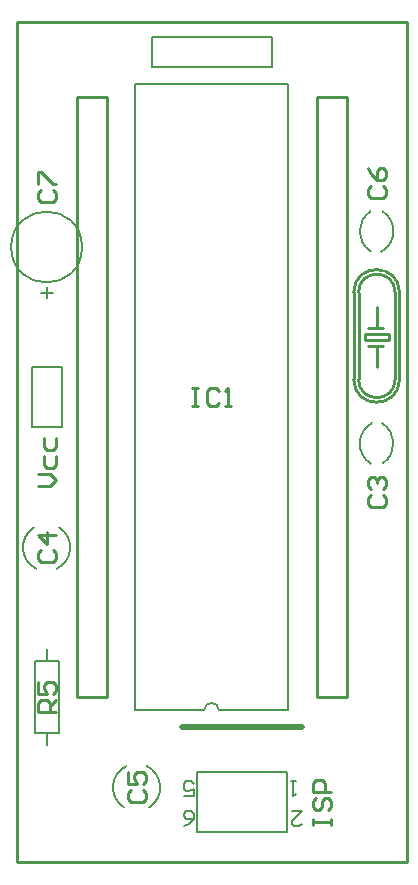
<source format=gto>
%FSLAX25Y25*%
%MOIN*%
G70*
G01*
G75*
G04 Layer_Color=65535*
%ADD10C,0.02000*%
%ADD11C,0.01000*%
%ADD12P,0.07577X8X202.5*%
G04:AMPARAMS|DCode=13|XSize=60mil|YSize=100mil|CornerRadius=0mil|HoleSize=0mil|Usage=FLASHONLY|Rotation=270.000|XOffset=0mil|YOffset=0mil|HoleType=Round|Shape=Octagon|*
%AMOCTAGOND13*
4,1,8,0.05000,0.01500,0.05000,-0.01500,0.03500,-0.03000,-0.03500,-0.03000,-0.05000,-0.01500,-0.05000,0.01500,-0.03500,0.03000,0.03500,0.03000,0.05000,0.01500,0.0*
%
%ADD13OCTAGOND13*%

%ADD14P,0.07577X8X292.5*%
G04:AMPARAMS|DCode=15|XSize=100mil|YSize=60mil|CornerRadius=0mil|HoleSize=0mil|Usage=FLASHONLY|Rotation=180.000|XOffset=0mil|YOffset=0mil|HoleType=Round|Shape=Octagon|*
%AMOCTAGOND15*
4,1,8,-0.05000,0.01500,-0.05000,-0.01500,-0.03500,-0.03000,0.03500,-0.03000,0.05000,-0.01500,0.05000,0.01500,0.03500,0.03000,-0.03500,0.03000,-0.05000,0.01500,0.0*
%
%ADD15OCTAGOND15*%

%ADD16C,0.19000*%
%ADD17C,0.00787*%
%ADD18C,0.00800*%
%ADD19C,0.00591*%
D10*
X870000Y300000D02*
X910000D01*
D11*
X942616Y445000D02*
G03*
X927384Y445000I-7616J0D01*
G01*
Y416000D02*
G03*
X942616Y416000I7616J0D01*
G01*
X941166Y445000D02*
G03*
X929000Y445000I-6083J0D01*
G01*
Y416000D02*
G03*
X941166Y416000I6083J0D01*
G01*
X835000Y310000D02*
Y510000D01*
X845000D01*
Y310000D02*
Y510000D01*
X835000Y310000D02*
X845000D01*
X915000D02*
Y510000D01*
Y310000D02*
X925000D01*
Y510000D01*
X915000D02*
X925000D01*
X935000Y433000D02*
Y440000D01*
Y420000D02*
Y427000D01*
X932000Y433000D02*
X937000D01*
X932000Y427000D02*
X937000D01*
X931000Y429000D02*
Y431000D01*
X939000D01*
Y429000D02*
Y431000D01*
X931000Y429000D02*
X939000D01*
X942616Y416000D02*
Y445000D01*
X927384Y416000D02*
Y445000D01*
X941166Y416000D02*
Y445000D01*
X929000Y416000D02*
Y444662D01*
X815000Y255000D02*
X945000D01*
Y535000D01*
X815000D02*
X945000D01*
X815000Y255000D02*
Y535000D01*
X822002Y380600D02*
X826001D01*
X828000Y382599D01*
X826001Y384599D01*
X822002D01*
X824001Y390597D02*
Y387598D01*
X825001Y386598D01*
X827000D01*
X828000Y387598D01*
Y390597D01*
X824001Y396595D02*
Y393596D01*
X825001Y392596D01*
X827000D01*
X828000Y393596D01*
Y396595D01*
Y305000D02*
X822002D01*
Y307999D01*
X823002Y308999D01*
X825001D01*
X826001Y307999D01*
Y305000D01*
Y306999D02*
X828000Y308999D01*
X822002Y314997D02*
Y310998D01*
X825001D01*
X824001Y312997D01*
Y313997D01*
X825001Y314997D01*
X827000D01*
X828000Y313997D01*
Y311998D01*
X827000Y310998D01*
X913802Y267500D02*
Y269499D01*
Y268500D01*
X919800D01*
Y267500D01*
Y269499D01*
X914802Y276497D02*
X913802Y275497D01*
Y273498D01*
X914802Y272498D01*
X915801D01*
X916801Y273498D01*
Y275497D01*
X917801Y276497D01*
X918800D01*
X919800Y275497D01*
Y273498D01*
X918800Y272498D01*
X919800Y278496D02*
X913802D01*
Y281495D01*
X914802Y282495D01*
X916801D01*
X917801Y281495D01*
Y278496D01*
X873500Y412998D02*
X875499D01*
X874500D01*
Y407000D01*
X873500D01*
X875499D01*
X882497Y411998D02*
X881497Y412998D01*
X879498D01*
X878498Y411998D01*
Y408000D01*
X879498Y407000D01*
X881497D01*
X882497Y408000D01*
X884496Y407000D02*
X886496D01*
X885496D01*
Y412998D01*
X884496Y411998D01*
X823002Y479299D02*
X822002Y478299D01*
Y476300D01*
X823002Y475300D01*
X827000D01*
X828000Y476300D01*
Y478299D01*
X827000Y479299D01*
X822002Y481298D02*
Y485297D01*
X823002D01*
X827000Y481298D01*
X828000D01*
X933002Y480399D02*
X932002Y479399D01*
Y477400D01*
X933002Y476400D01*
X937000D01*
X938000Y477400D01*
Y479399D01*
X937000Y480399D01*
X932002Y486397D02*
X933002Y484397D01*
X935001Y482398D01*
X937000D01*
X938000Y483398D01*
Y485397D01*
X937000Y486397D01*
X936001D01*
X935001Y485397D01*
Y482398D01*
X853002Y278999D02*
X852002Y277999D01*
Y276000D01*
X853002Y275000D01*
X857000D01*
X858000Y276000D01*
Y277999D01*
X857000Y278999D01*
X852002Y284997D02*
Y280998D01*
X855001D01*
X854001Y282997D01*
Y283997D01*
X855001Y284997D01*
X857000D01*
X858000Y283997D01*
Y281998D01*
X857000Y280998D01*
X823002Y358999D02*
X822002Y357999D01*
Y356000D01*
X823002Y355000D01*
X827000D01*
X828000Y356000D01*
Y357999D01*
X827000Y358999D01*
X828000Y363997D02*
X822002D01*
X825001Y360998D01*
Y364997D01*
X933002Y377599D02*
X932002Y376599D01*
Y374600D01*
X933002Y373600D01*
X937000D01*
X938000Y374600D01*
Y376599D01*
X937000Y377599D01*
X933002Y379598D02*
X932002Y380598D01*
Y382597D01*
X933002Y383597D01*
X934001D01*
X935001Y382597D01*
Y381597D01*
Y382597D01*
X936001Y383597D01*
X937000D01*
X938000Y382597D01*
Y380598D01*
X937000Y379598D01*
D17*
X936500Y458500D02*
G03*
X936969Y472056I-3763J6917D01*
G01*
X933000Y472000D02*
G03*
X933098Y458659I4232J-6640D01*
G01*
X933500Y401500D02*
G03*
X933031Y387944I3763J-6917D01*
G01*
X937000Y388000D02*
G03*
X936902Y401341I-4232J6640D01*
G01*
X859232Y273360D02*
G03*
X858274Y287161I-4232J6640D01*
G01*
X851726D02*
G03*
X850768Y273360I3274J-7161D01*
G01*
X836811Y460126D02*
G03*
X836811Y460126I-11811J0D01*
G01*
X882500Y305669D02*
G03*
X877500Y305669I-2500J0D01*
G01*
X820768Y366640D02*
G03*
X821726Y352839I4232J-6640D01*
G01*
X828274D02*
G03*
X829232Y366640I-3274J7161D01*
G01*
X875000Y265000D02*
Y285000D01*
X905000Y265000D02*
Y285000D01*
X875000Y265000D02*
X905000D01*
X875000Y285000D02*
X905000D01*
X875000D02*
X894167D01*
X900000Y520000D02*
Y530000D01*
X860000Y520000D02*
X900000D01*
X860000Y530000D02*
X900000D01*
X860000Y520000D02*
Y530000D01*
X820000Y400000D02*
X830000D01*
X820000D02*
Y420000D01*
X830000D01*
Y400000D02*
Y420000D01*
X821000Y298000D02*
X829000D01*
X821000D02*
Y322000D01*
X829000D01*
Y298000D02*
Y322000D01*
X825000Y294000D02*
Y298000D01*
Y322000D02*
Y326000D01*
X854606Y305669D02*
Y514331D01*
X905394Y305669D02*
Y514331D01*
X854606D02*
X905394D01*
X854606Y305669D02*
X877500D01*
X882500D02*
X905394D01*
D18*
X870668Y267002D02*
X872334Y267835D01*
X874000Y269501D01*
Y271167D01*
X873167Y272000D01*
X871501D01*
X870668Y271167D01*
Y270334D01*
X871501Y269501D01*
X874000D01*
X870668Y277002D02*
X874000D01*
Y279501D01*
X872334Y278668D01*
X871501D01*
X870668Y279501D01*
Y281167D01*
X871501Y282000D01*
X873167D01*
X874000Y281167D01*
X906668Y272000D02*
X910000D01*
X906668Y268668D01*
Y267835D01*
X907501Y267002D01*
X909167D01*
X910000Y267835D01*
X908000Y282000D02*
X906334D01*
X907167D01*
Y277002D01*
X908000Y277835D01*
D19*
X825048Y443000D02*
Y446936D01*
X823080Y444968D02*
X827016D01*
M02*

</source>
